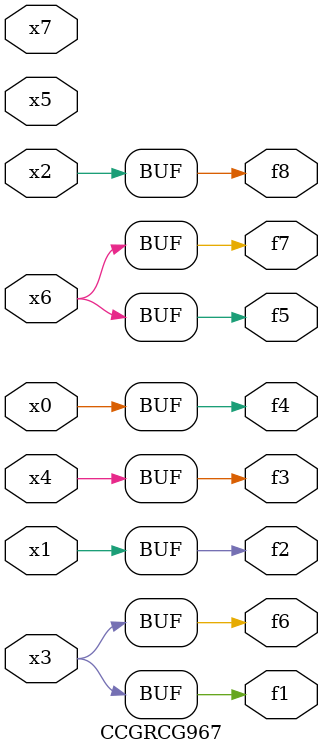
<source format=v>
module CCGRCG967(
	input x0, x1, x2, x3, x4, x5, x6, x7,
	output f1, f2, f3, f4, f5, f6, f7, f8
);
	assign f1 = x3;
	assign f2 = x1;
	assign f3 = x4;
	assign f4 = x0;
	assign f5 = x6;
	assign f6 = x3;
	assign f7 = x6;
	assign f8 = x2;
endmodule

</source>
